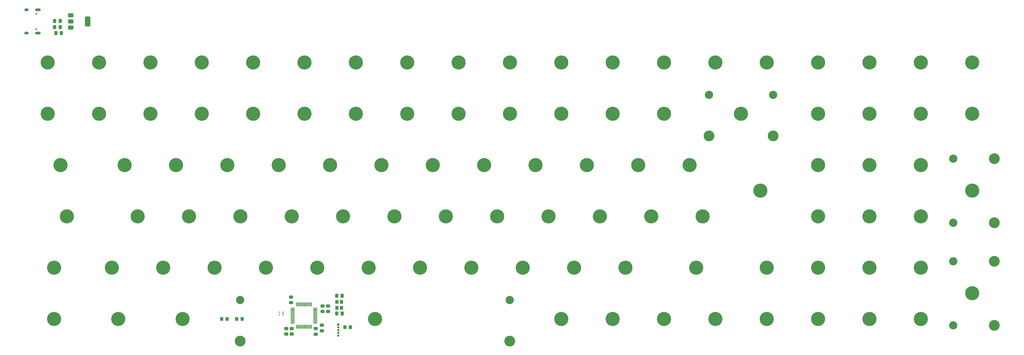
<source format=gbr>
%TF.GenerationSoftware,KiCad,Pcbnew,8.0.2*%
%TF.CreationDate,2025-01-30T16:21:06+01:00*%
%TF.ProjectId,zigzag,7a69677a-6167-42e6-9b69-6361645f7063,rev?*%
%TF.SameCoordinates,Original*%
%TF.FileFunction,Soldermask,Top*%
%TF.FilePolarity,Negative*%
%FSLAX46Y46*%
G04 Gerber Fmt 4.6, Leading zero omitted, Abs format (unit mm)*
G04 Created by KiCad (PCBNEW 8.0.2) date 2025-01-30 16:21:06*
%MOMM*%
%LPD*%
G01*
G04 APERTURE LIST*
G04 Aperture macros list*
%AMRoundRect*
0 Rectangle with rounded corners*
0 $1 Rounding radius*
0 $2 $3 $4 $5 $6 $7 $8 $9 X,Y pos of 4 corners*
0 Add a 4 corners polygon primitive as box body*
4,1,4,$2,$3,$4,$5,$6,$7,$8,$9,$2,$3,0*
0 Add four circle primitives for the rounded corners*
1,1,$1+$1,$2,$3*
1,1,$1+$1,$4,$5*
1,1,$1+$1,$6,$7*
1,1,$1+$1,$8,$9*
0 Add four rect primitives between the rounded corners*
20,1,$1+$1,$2,$3,$4,$5,0*
20,1,$1+$1,$4,$5,$6,$7,0*
20,1,$1+$1,$6,$7,$8,$9,0*
20,1,$1+$1,$8,$9,$2,$3,0*%
G04 Aperture macros list end*
%ADD10R,1.200000X1.400000*%
%ADD11C,3.050000*%
%ADD12C,4.000000*%
%ADD13C,5.250000*%
%ADD14RoundRect,0.075000X0.150000X0.075000X-0.150000X0.075000X-0.150000X-0.075000X0.150000X-0.075000X0*%
%ADD15RoundRect,0.250000X-0.325000X-0.450000X0.325000X-0.450000X0.325000X0.450000X-0.325000X0.450000X0*%
%ADD16RoundRect,0.250000X-0.350000X-0.450000X0.350000X-0.450000X0.350000X0.450000X-0.350000X0.450000X0*%
%ADD17RoundRect,0.250000X0.350000X0.450000X-0.350000X0.450000X-0.350000X-0.450000X0.350000X-0.450000X0*%
%ADD18RoundRect,0.250000X0.337500X0.475000X-0.337500X0.475000X-0.337500X-0.475000X0.337500X-0.475000X0*%
%ADD19RoundRect,0.250000X-0.337500X-0.475000X0.337500X-0.475000X0.337500X0.475000X-0.337500X0.475000X0*%
%ADD20R,0.850000X0.850000*%
%ADD21O,0.850000X0.850000*%
%ADD22C,0.650000*%
%ADD23O,2.100000X1.000000*%
%ADD24O,1.600000X1.000000*%
%ADD25RoundRect,0.250000X0.475000X-0.337500X0.475000X0.337500X-0.475000X0.337500X-0.475000X-0.337500X0*%
%ADD26RoundRect,0.250000X-0.475000X0.337500X-0.475000X-0.337500X0.475000X-0.337500X0.475000X0.337500X0*%
%ADD27RoundRect,0.075000X0.075000X0.662500X-0.075000X0.662500X-0.075000X-0.662500X0.075000X-0.662500X0*%
%ADD28RoundRect,0.075000X0.662500X0.075000X-0.662500X0.075000X-0.662500X-0.075000X0.662500X-0.075000X0*%
%ADD29RoundRect,0.375000X-0.625000X-0.375000X0.625000X-0.375000X0.625000X0.375000X-0.625000X0.375000X0*%
%ADD30RoundRect,0.500000X-0.500000X-1.400000X0.500000X-1.400000X0.500000X1.400000X-0.500000X1.400000X0*%
G04 APERTURE END LIST*
D10*
%TO.C,Y1*%
X174068000Y-142494000D03*
X174068000Y-144694000D03*
X175768000Y-144694000D03*
X175768000Y-142494000D03*
%TD*%
D11*
%TO.C,K37*%
X138214000Y-141844000D03*
D12*
X138214000Y-157084000D03*
D13*
X188214000Y-148844000D03*
D11*
X238214000Y-141844000D03*
D12*
X238214000Y-157084000D03*
%TD*%
D14*
%TO.C,U4*%
X154116000Y-147312000D03*
X154116000Y-146812000D03*
X154116000Y-146312000D03*
X152716000Y-146312000D03*
X152716000Y-147312000D03*
%TD*%
D15*
%TO.C,SW1*%
X131318000Y-148844000D03*
X133368000Y-148844000D03*
%TD*%
D16*
%TO.C,R5*%
X177070000Y-151892000D03*
X179070000Y-151892000D03*
%TD*%
D17*
%TO.C,R4*%
X138906000Y-148844000D03*
X136906000Y-148844000D03*
%TD*%
D18*
%TO.C,C12*%
X176065000Y-146812000D03*
X173990000Y-146812000D03*
%TD*%
D19*
%TO.C,C11*%
X173990000Y-140208000D03*
X176065000Y-140208000D03*
%TD*%
D18*
%TO.C,C1*%
X71903500Y-42672000D03*
X69828500Y-42672000D03*
%TD*%
D20*
%TO.C,J2*%
X174625000Y-150987500D03*
D21*
X174625000Y-151987500D03*
X174625000Y-152987500D03*
X174625000Y-153987500D03*
X174625000Y-154987500D03*
%TD*%
D22*
%TO.C,J1*%
X62610000Y-41238000D03*
X62610000Y-35458000D03*
D23*
X63140000Y-42668000D03*
D24*
X58960000Y-42668000D03*
D23*
X63140000Y-34028000D03*
D24*
X58960000Y-34028000D03*
%TD*%
D13*
%TO.C,K45*%
X209677000Y-91694000D03*
%TD*%
D25*
%TO.C,C8*%
X170787354Y-146083500D03*
X170787354Y-144008500D03*
%TD*%
D13*
%TO.C,K63*%
X281114500Y-129794000D03*
%TD*%
D25*
%TO.C,C9*%
X168755354Y-146083500D03*
X168755354Y-144008500D03*
%TD*%
D13*
%TO.C,K65*%
X295402000Y-53594000D03*
%TD*%
%TO.C,K82*%
X352552000Y-91694000D03*
%TD*%
%TO.C,K91*%
X371602000Y-148844000D03*
%TD*%
%TO.C,K96*%
X390652000Y-129794000D03*
%TD*%
%TO.C,K93*%
X390652000Y-72644000D03*
%TD*%
%TO.C,K67*%
X285877000Y-91694000D03*
%TD*%
%TO.C,K98*%
X409702000Y-53594000D03*
%TD*%
D26*
%TO.C,C7*%
X166215354Y-152412000D03*
X166215354Y-154487000D03*
%TD*%
D13*
%TO.C,K1*%
X66802000Y-53594000D03*
%TD*%
%TO.C,K40*%
X190627000Y-91694000D03*
%TD*%
%TO.C,K12*%
X104902000Y-72644000D03*
%TD*%
%TO.C,K88*%
X371602000Y-91694000D03*
%TD*%
%TO.C,K64*%
X276352000Y-148844000D03*
%TD*%
%TO.C,K5*%
X69183250Y-129794000D03*
%TD*%
%TO.C,K79*%
X333502000Y-148844000D03*
%TD*%
%TO.C,K26*%
X147764500Y-129794000D03*
%TD*%
%TO.C,K47*%
X223964500Y-129794000D03*
%TD*%
%TO.C,K6*%
X69183250Y-148844000D03*
%TD*%
%TO.C,K68*%
X290639500Y-110744000D03*
%TD*%
%TO.C,K24*%
X133477000Y-91694000D03*
%TD*%
%TO.C,K27*%
X162052000Y-53594000D03*
%TD*%
%TO.C,K48*%
X238252000Y-53594000D03*
%TD*%
%TO.C,K72*%
X309689500Y-110744000D03*
%TD*%
%TO.C,K92*%
X390652000Y-53594000D03*
%TD*%
%TO.C,K70*%
X314452000Y-53594000D03*
%TD*%
%TO.C,K10*%
X92995750Y-148844000D03*
%TD*%
%TO.C,K50*%
X228727000Y-91694000D03*
%TD*%
%TO.C,K57*%
X262064500Y-129794000D03*
%TD*%
%TO.C,K31*%
X166814500Y-129794000D03*
%TD*%
%TO.C,K71*%
X304927000Y-91694000D03*
%TD*%
%TO.C,K87*%
X371602000Y-72644000D03*
%TD*%
%TO.C,K8*%
X85852000Y-72644000D03*
%TD*%
%TO.C,K9*%
X90614500Y-129794000D03*
%TD*%
%TO.C,K16*%
X123952000Y-53594000D03*
%TD*%
%TO.C,K74*%
X314452000Y-148844000D03*
%TD*%
%TO.C,K81*%
X352552000Y-72644000D03*
%TD*%
%TO.C,K36*%
X185864500Y-129794000D03*
%TD*%
%TO.C,K58*%
X257302000Y-148844000D03*
%TD*%
%TO.C,K94*%
X390652000Y-91694000D03*
%TD*%
%TO.C,K44*%
X219202000Y-72644000D03*
%TD*%
%TO.C,K80*%
X352552000Y-53594000D03*
%TD*%
D12*
%TO.C,K76*%
X335877000Y-80884000D03*
D11*
X335877000Y-65644000D03*
D13*
X323977000Y-72644000D03*
D12*
X312077000Y-80884000D03*
D11*
X312077000Y-65644000D03*
%TD*%
D13*
%TO.C,K17*%
X123952000Y-72644000D03*
%TD*%
%TO.C,K53*%
X257302000Y-53594000D03*
%TD*%
%TO.C,K29*%
X152527000Y-91694000D03*
%TD*%
D26*
%TO.C,C4*%
X157325354Y-152390500D03*
X157325354Y-154465500D03*
%TD*%
D13*
%TO.C,K2*%
X66802000Y-72644000D03*
%TD*%
D12*
%TO.C,K101*%
X417942000Y-151219000D03*
X417942000Y-127419000D03*
D13*
X409702000Y-139319000D03*
D11*
X402702000Y-151219000D03*
X402702000Y-127419000D03*
%TD*%
D13*
%TO.C,K60*%
X276352000Y-72644000D03*
%TD*%
%TO.C,K73*%
X307308250Y-129794000D03*
%TD*%
%TO.C,K15*%
X109664500Y-129794000D03*
%TD*%
%TO.C,K38*%
X200152000Y-53594000D03*
%TD*%
%TO.C,K69*%
X295402000Y-148844000D03*
%TD*%
%TO.C,K62*%
X271589500Y-110744000D03*
%TD*%
D26*
%TO.C,C10*%
X155293354Y-152390500D03*
X155293354Y-154465500D03*
%TD*%
D13*
%TO.C,K33*%
X181102000Y-72644000D03*
%TD*%
%TO.C,K84*%
X352552000Y-129794000D03*
%TD*%
%TO.C,K95*%
X390652000Y-110744000D03*
%TD*%
%TO.C,K75*%
X333502000Y-53594000D03*
%TD*%
%TO.C,K14*%
X100139500Y-110744000D03*
%TD*%
%TO.C,K97*%
X390652000Y-148844000D03*
%TD*%
%TO.C,K55*%
X247777000Y-91694000D03*
%TD*%
%TO.C,K54*%
X257302000Y-72644000D03*
%TD*%
%TO.C,K90*%
X371602000Y-129794000D03*
%TD*%
%TO.C,K83*%
X352552000Y-110744000D03*
%TD*%
%TO.C,K78*%
X333502000Y-129794000D03*
%TD*%
%TO.C,K56*%
X252539500Y-110744000D03*
%TD*%
D25*
%TO.C,C6*%
X157071354Y-142760000D03*
X157071354Y-140685000D03*
%TD*%
D13*
%TO.C,K20*%
X128714500Y-129794000D03*
%TD*%
%TO.C,K13*%
X95377000Y-91694000D03*
%TD*%
%TO.C,K86*%
X371602000Y-53594000D03*
%TD*%
%TO.C,K11*%
X104902000Y-53594000D03*
%TD*%
%TO.C,K19*%
X119189500Y-110744000D03*
%TD*%
%TO.C,K30*%
X157289500Y-110744000D03*
%TD*%
%TO.C,K85*%
X352552000Y-148844000D03*
%TD*%
%TO.C,K46*%
X214439500Y-110744000D03*
%TD*%
%TO.C,K35*%
X176339500Y-110744000D03*
%TD*%
%TO.C,K77*%
X331120750Y-101219000D03*
%TD*%
%TO.C,K21*%
X116808250Y-148844000D03*
%TD*%
%TO.C,K4*%
X73945750Y-110744000D03*
%TD*%
%TO.C,K66*%
X295402000Y-72644000D03*
%TD*%
%TO.C,K99*%
X409702000Y-72644000D03*
%TD*%
%TO.C,K42*%
X204914500Y-129794000D03*
%TD*%
%TO.C,K52*%
X243014500Y-129794000D03*
%TD*%
%TO.C,K61*%
X266827000Y-91694000D03*
%TD*%
%TO.C,K25*%
X138239500Y-110744000D03*
%TD*%
%TO.C,K49*%
X238252000Y-72644000D03*
%TD*%
%TO.C,K22*%
X143002000Y-53594000D03*
%TD*%
%TO.C,K34*%
X171577000Y-91694000D03*
%TD*%
D26*
%TO.C,C5*%
X168501354Y-151142000D03*
X168501354Y-153217000D03*
%TD*%
D12*
%TO.C,K100*%
X417942000Y-113119000D03*
X417942000Y-89319000D03*
D13*
X409702000Y-101219000D03*
D11*
X402702000Y-113119000D03*
X402702000Y-89319000D03*
%TD*%
D13*
%TO.C,K59*%
X276352000Y-53594000D03*
%TD*%
%TO.C,K41*%
X195389500Y-110744000D03*
%TD*%
%TO.C,K18*%
X114427000Y-91694000D03*
%TD*%
%TO.C,K32*%
X181102000Y-53594000D03*
%TD*%
%TO.C,K28*%
X162052000Y-72644000D03*
%TD*%
%TO.C,K43*%
X219202000Y-53594000D03*
%TD*%
%TO.C,K23*%
X143002000Y-72644000D03*
%TD*%
%TO.C,K3*%
X71564500Y-91694000D03*
%TD*%
%TO.C,K7*%
X85852000Y-53594000D03*
%TD*%
%TO.C,K39*%
X200152000Y-72644000D03*
%TD*%
%TO.C,K89*%
X371602000Y-110744000D03*
%TD*%
%TO.C,K51*%
X233489500Y-110744000D03*
%TD*%
D27*
%TO.C,U1*%
X164604354Y-151748500D03*
X164104354Y-151748500D03*
X163604354Y-151748500D03*
X163104354Y-151748500D03*
X162604354Y-151748500D03*
X162104354Y-151748500D03*
X161604354Y-151748500D03*
X161104354Y-151748500D03*
X160604354Y-151748500D03*
X160104354Y-151748500D03*
X159604354Y-151748500D03*
X159104354Y-151748500D03*
D28*
X157691854Y-150336000D03*
X157691854Y-149836000D03*
X157691854Y-149336000D03*
X157691854Y-148836000D03*
X157691854Y-148336000D03*
X157691854Y-147836000D03*
X157691854Y-147336000D03*
X157691854Y-146836000D03*
X157691854Y-146336000D03*
X157691854Y-145836000D03*
X157691854Y-145336000D03*
X157691854Y-144836000D03*
D27*
X159104354Y-143423500D03*
X159604354Y-143423500D03*
X160104354Y-143423500D03*
X160604354Y-143423500D03*
X161104354Y-143423500D03*
X161604354Y-143423500D03*
X162104354Y-143423500D03*
X162604354Y-143423500D03*
X163104354Y-143423500D03*
X163604354Y-143423500D03*
X164104354Y-143423500D03*
X164604354Y-143423500D03*
D28*
X166016854Y-144836000D03*
X166016854Y-145336000D03*
X166016854Y-145836000D03*
X166016854Y-146336000D03*
X166016854Y-146836000D03*
X166016854Y-147336000D03*
X166016854Y-147836000D03*
X166016854Y-148336000D03*
X166016854Y-148836000D03*
X166016854Y-149336000D03*
X166016854Y-149836000D03*
X166016854Y-150336000D03*
%TD*%
D18*
%TO.C,C2*%
X69388000Y-40457500D03*
X71463000Y-40457500D03*
%TD*%
D29*
%TO.C,U3*%
X75336000Y-40654000D03*
D30*
X81636000Y-38354000D03*
D29*
X75336000Y-38354000D03*
X75336000Y-36054000D03*
%TD*%
D18*
%TO.C,C3*%
X69388000Y-38171500D03*
X71463000Y-38171500D03*
%TD*%
M02*

</source>
